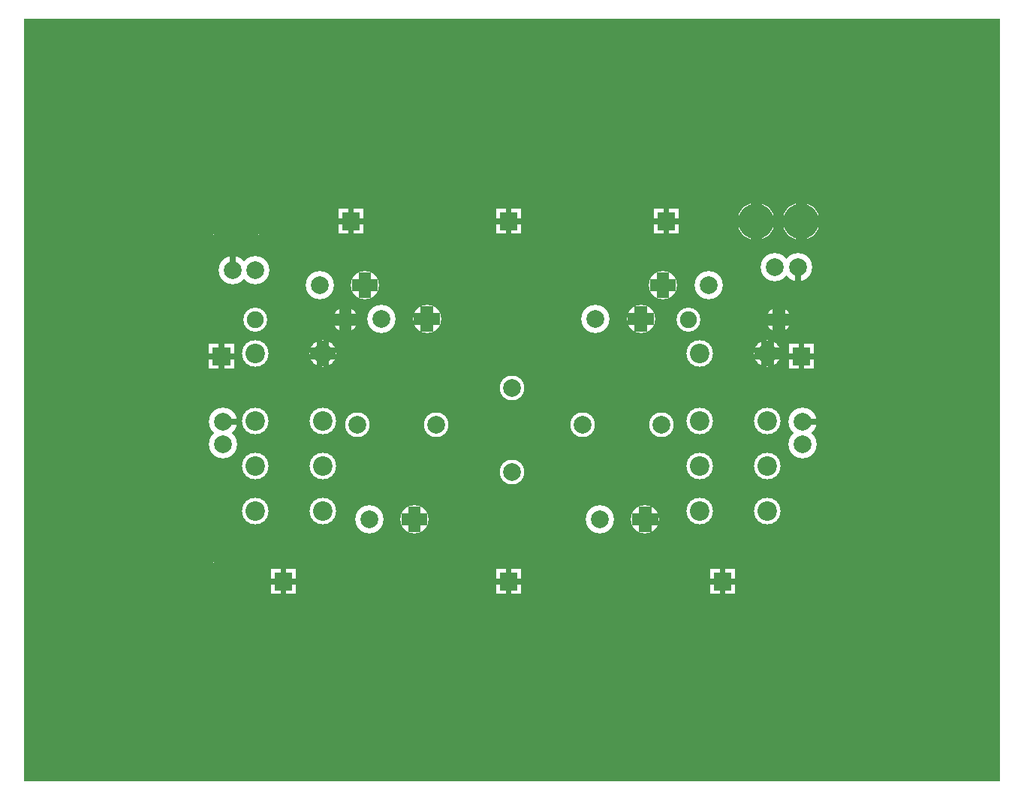
<source format=gbr>
%FSLAX34Y34*%
%MOMM*%
%LNCOPPER_TOP*%
G71*
G01*
%ADD10C,3.000*%
%ADD11C,3.200*%
%ADD12C,2.700*%
%ADD13C,2.800*%
%ADD14C,2.800*%
%ADD15C,4.200*%
%ADD16C,0.667*%
%ADD17C,0.813*%
%ADD18C,1.380*%
%ADD19C,3.053*%
%ADD20C,2.907*%
%ADD21C,2.973*%
%ADD22C,1.333*%
%ADD23C,2.200*%
%ADD24C,2.000*%
%ADD25C,1.900*%
%ADD26C,2.000*%
%ADD27C,4.000*%
%LPD*%
G36*
X-200000Y660000D02*
X900000Y660000D01*
X900000Y-200000D01*
X-200000Y-200000D01*
X-200000Y660000D01*
G37*
%LPC*%
X60350Y282299D02*
G54D10*
D03*
X136550Y282299D02*
G54D10*
D03*
X60350Y206099D02*
G54D10*
D03*
X60350Y155299D02*
G54D10*
D03*
X60350Y104499D02*
G54D10*
D03*
X136550Y206099D02*
G54D10*
D03*
X136550Y155299D02*
G54D10*
D03*
X136550Y104499D02*
G54D10*
D03*
X562000Y282299D02*
G54D10*
D03*
X638200Y282299D02*
G54D10*
D03*
X562000Y206099D02*
G54D10*
D03*
X562000Y155299D02*
G54D10*
D03*
X562000Y104499D02*
G54D10*
D03*
X638200Y206099D02*
G54D10*
D03*
X638200Y155299D02*
G54D10*
D03*
X638200Y104499D02*
G54D10*
D03*
X184010Y359325D02*
G54D11*
D03*
X133030Y359213D02*
G54D11*
D03*
X650900Y320400D02*
G54D12*
D03*
X549300Y320400D02*
G54D12*
D03*
X175510Y202059D02*
G54D13*
D03*
X264410Y202059D02*
G54D13*
D03*
X571360Y359325D02*
G54D11*
D03*
X520380Y359213D02*
G54D11*
D03*
X350135Y243334D02*
G54D13*
D03*
X350135Y148084D02*
G54D13*
D03*
X253860Y321225D02*
G54D11*
D03*
X202879Y321113D02*
G54D11*
D03*
X188840Y95057D02*
G54D11*
D03*
X239820Y95169D02*
G54D11*
D03*
X161950Y320400D02*
G54D12*
D03*
X60350Y320400D02*
G54D12*
D03*
X449190Y95057D02*
G54D11*
D03*
X500170Y95169D02*
G54D11*
D03*
X429510Y202059D02*
G54D13*
D03*
X518410Y202059D02*
G54D13*
D03*
X495160Y321225D02*
G54D11*
D03*
X444179Y321113D02*
G54D11*
D03*
X35162Y376361D02*
G54D11*
D03*
X60662Y376361D02*
G54D11*
D03*
X23891Y205316D02*
G54D11*
D03*
X23891Y179816D02*
G54D11*
D03*
X677941Y205316D02*
G54D11*
D03*
X677941Y179816D02*
G54D11*
D03*
X239820Y95169D02*
G54D14*
D03*
X500170Y95169D02*
G54D14*
D03*
X136550Y282299D02*
G54D14*
D03*
X638200Y282299D02*
G54D14*
D03*
X161950Y320400D02*
G54D14*
D03*
X184010Y359325D02*
G54D14*
D03*
X650900Y320400D02*
G54D14*
D03*
X520380Y359213D02*
G54D14*
D03*
X253860Y321225D02*
G54D14*
D03*
X495160Y321225D02*
G54D14*
D03*
X672167Y379347D02*
G54D11*
D03*
X646667Y379347D02*
G54D11*
D03*
G36*
X78100Y39000D02*
X106100Y39000D01*
X106100Y11000D01*
X78100Y11000D01*
X78100Y39000D01*
G37*
G36*
X332100Y39000D02*
X360100Y39000D01*
X360100Y11000D01*
X332100Y11000D01*
X332100Y39000D01*
G37*
G36*
X573400Y39000D02*
X601400Y39000D01*
X601400Y11000D01*
X573400Y11000D01*
X573400Y39000D01*
G37*
G36*
X154300Y445400D02*
X182300Y445400D01*
X182300Y417400D01*
X154300Y417400D01*
X154300Y445400D01*
G37*
G36*
X332100Y445400D02*
X360100Y445400D01*
X360100Y417400D01*
X332100Y417400D01*
X332100Y445400D01*
G37*
G36*
X509900Y445400D02*
X537900Y445400D01*
X537900Y417400D01*
X509900Y417400D01*
X509900Y445400D01*
G37*
X676300Y31350D02*
G54D15*
D03*
X28600Y31350D02*
G54D15*
D03*
X28600Y431400D02*
G54D15*
D03*
X676300Y431400D02*
G54D15*
D03*
X79400Y431400D02*
G54D15*
D03*
X625500Y431400D02*
G54D15*
D03*
G36*
X662300Y293000D02*
X690300Y293000D01*
X690300Y265000D01*
X662300Y265000D01*
X662300Y293000D01*
G37*
G36*
X8250Y293000D02*
X36250Y293000D01*
X36250Y265000D01*
X8250Y265000D01*
X8250Y293000D01*
G37*
%LPD*%
G54D16*
G36*
X31828Y376361D02*
X31828Y392861D01*
X38495Y392861D01*
X38495Y376361D01*
X31828Y376361D01*
G37*
G54D17*
G54D16*
G36*
X23891Y208650D02*
X40391Y208650D01*
X40391Y201983D01*
X23891Y201983D01*
X23891Y208650D01*
G37*
G54D17*
G54D16*
G36*
X677941Y208650D02*
X694441Y208650D01*
X694441Y201983D01*
X677941Y201983D01*
X677941Y208650D01*
G37*
G54D17*
G54D18*
G36*
X232920Y95169D02*
X232920Y109669D01*
X246720Y109669D01*
X246720Y95169D01*
X232920Y95169D01*
G37*
G36*
X239820Y102069D02*
X254320Y102069D01*
X254320Y88269D01*
X239820Y88269D01*
X239820Y102069D01*
G37*
G36*
X246720Y95169D02*
X246720Y80669D01*
X232920Y80669D01*
X232920Y95169D01*
X246720Y95169D01*
G37*
G36*
X239820Y88269D02*
X225320Y88269D01*
X225320Y102069D01*
X239820Y102069D01*
X239820Y88269D01*
G37*
G54D18*
G36*
X493270Y95169D02*
X493270Y109669D01*
X507070Y109669D01*
X507070Y95169D01*
X493270Y95169D01*
G37*
G36*
X500170Y102069D02*
X514670Y102069D01*
X514670Y88269D01*
X500170Y88269D01*
X500170Y102069D01*
G37*
G36*
X507070Y95169D02*
X507070Y80669D01*
X493270Y80669D01*
X493270Y95169D01*
X507070Y95169D01*
G37*
G36*
X500170Y88269D02*
X485670Y88269D01*
X485670Y102069D01*
X500170Y102069D01*
X500170Y88269D01*
G37*
G54D18*
G36*
X129650Y282299D02*
X129650Y296799D01*
X143450Y296799D01*
X143450Y282299D01*
X129650Y282299D01*
G37*
G36*
X136550Y289199D02*
X151050Y289199D01*
X151050Y275399D01*
X136550Y275399D01*
X136550Y289199D01*
G37*
G36*
X143450Y282299D02*
X143450Y267799D01*
X129650Y267799D01*
X129650Y282299D01*
X143450Y282299D01*
G37*
G36*
X136550Y275399D02*
X122050Y275399D01*
X122050Y289199D01*
X136550Y289199D01*
X136550Y275399D01*
G37*
G54D18*
G36*
X631300Y282299D02*
X631300Y296799D01*
X645100Y296799D01*
X645100Y282299D01*
X631300Y282299D01*
G37*
G36*
X638200Y289199D02*
X652700Y289199D01*
X652700Y275399D01*
X638200Y275399D01*
X638200Y289199D01*
G37*
G36*
X645100Y282299D02*
X645100Y267799D01*
X631300Y267799D01*
X631300Y282299D01*
X645100Y282299D01*
G37*
G36*
X638200Y275399D02*
X623700Y275399D01*
X623700Y289199D01*
X638200Y289199D01*
X638200Y275399D01*
G37*
G54D18*
G36*
X155050Y320400D02*
X155050Y334900D01*
X168850Y334900D01*
X168850Y320400D01*
X155050Y320400D01*
G37*
G36*
X161950Y327300D02*
X176450Y327300D01*
X176450Y313500D01*
X161950Y313500D01*
X161950Y327300D01*
G37*
G36*
X168850Y320400D02*
X168850Y305900D01*
X155050Y305900D01*
X155050Y320400D01*
X168850Y320400D01*
G37*
G36*
X161950Y313500D02*
X147450Y313500D01*
X147450Y327300D01*
X161950Y327300D01*
X161950Y313500D01*
G37*
G54D18*
G36*
X177110Y359325D02*
X177110Y373825D01*
X190910Y373825D01*
X190910Y359325D01*
X177110Y359325D01*
G37*
G36*
X184010Y366225D02*
X198510Y366225D01*
X198510Y352425D01*
X184010Y352425D01*
X184010Y366225D01*
G37*
G36*
X190910Y359325D02*
X190910Y344825D01*
X177110Y344825D01*
X177110Y359325D01*
X190910Y359325D01*
G37*
G36*
X184010Y352425D02*
X169510Y352425D01*
X169510Y366225D01*
X184010Y366225D01*
X184010Y352425D01*
G37*
G54D18*
G36*
X644000Y320400D02*
X644000Y334900D01*
X657800Y334900D01*
X657800Y320400D01*
X644000Y320400D01*
G37*
G36*
X650900Y327300D02*
X665400Y327300D01*
X665400Y313500D01*
X650900Y313500D01*
X650900Y327300D01*
G37*
G36*
X657800Y320400D02*
X657800Y305900D01*
X644000Y305900D01*
X644000Y320400D01*
X657800Y320400D01*
G37*
G36*
X650900Y313500D02*
X636400Y313500D01*
X636400Y327300D01*
X650900Y327300D01*
X650900Y313500D01*
G37*
G54D18*
G36*
X513480Y359213D02*
X513480Y373713D01*
X527280Y373713D01*
X527280Y359213D01*
X513480Y359213D01*
G37*
G36*
X520380Y366113D02*
X534880Y366113D01*
X534880Y352313D01*
X520380Y352313D01*
X520380Y366113D01*
G37*
G36*
X527280Y359213D02*
X527280Y344713D01*
X513480Y344713D01*
X513480Y359213D01*
X527280Y359213D01*
G37*
G36*
X520380Y352313D02*
X505880Y352313D01*
X505880Y366113D01*
X520380Y366113D01*
X520380Y352313D01*
G37*
G54D18*
G36*
X246960Y321225D02*
X246960Y335725D01*
X260760Y335725D01*
X260760Y321225D01*
X246960Y321225D01*
G37*
G36*
X253860Y328125D02*
X268360Y328125D01*
X268360Y314325D01*
X253860Y314325D01*
X253860Y328125D01*
G37*
G36*
X260760Y321225D02*
X260760Y306725D01*
X246960Y306725D01*
X246960Y321225D01*
X260760Y321225D01*
G37*
G36*
X253860Y314325D02*
X239360Y314325D01*
X239360Y328125D01*
X253860Y328125D01*
X253860Y314325D01*
G37*
G54D18*
G36*
X488260Y321225D02*
X488260Y335725D01*
X502060Y335725D01*
X502060Y321225D01*
X488260Y321225D01*
G37*
G36*
X495160Y328125D02*
X509660Y328125D01*
X509660Y314325D01*
X495160Y314325D01*
X495160Y328125D01*
G37*
G36*
X502060Y321225D02*
X502060Y306725D01*
X488260Y306725D01*
X488260Y321225D01*
X502060Y321225D01*
G37*
G36*
X495160Y314325D02*
X480660Y314325D01*
X480660Y328125D01*
X495160Y328125D01*
X495160Y314325D01*
G37*
G54D16*
G36*
X675500Y379347D02*
X675500Y362847D01*
X668834Y362847D01*
X668834Y379347D01*
X675500Y379347D01*
G37*
G54D17*
G54D16*
G36*
X88767Y25000D02*
X88767Y39500D01*
X95433Y39500D01*
X95433Y25000D01*
X88767Y25000D01*
G37*
G36*
X92100Y28333D02*
X106600Y28333D01*
X106600Y21667D01*
X92100Y21667D01*
X92100Y28333D01*
G37*
G36*
X95433Y25000D02*
X95433Y10500D01*
X88767Y10500D01*
X88767Y25000D01*
X95433Y25000D01*
G37*
G36*
X92100Y21667D02*
X77600Y21667D01*
X77600Y28333D01*
X92100Y28333D01*
X92100Y21667D01*
G37*
G54D16*
G36*
X342767Y25000D02*
X342767Y39500D01*
X349433Y39500D01*
X349433Y25000D01*
X342767Y25000D01*
G37*
G36*
X346100Y28333D02*
X360600Y28333D01*
X360600Y21666D01*
X346100Y21666D01*
X346100Y28333D01*
G37*
G36*
X349433Y25000D02*
X349433Y10500D01*
X342767Y10500D01*
X342767Y25000D01*
X349433Y25000D01*
G37*
G36*
X346100Y21666D02*
X331600Y21666D01*
X331600Y28333D01*
X346100Y28333D01*
X346100Y21666D01*
G37*
G54D16*
G36*
X584067Y25000D02*
X584067Y39500D01*
X590733Y39500D01*
X590733Y25000D01*
X584067Y25000D01*
G37*
G36*
X587400Y28333D02*
X601900Y28333D01*
X601900Y21667D01*
X587400Y21667D01*
X587400Y28333D01*
G37*
G36*
X590733Y25000D02*
X590733Y10500D01*
X584067Y10500D01*
X584067Y25000D01*
X590733Y25000D01*
G37*
G36*
X587400Y21667D02*
X572900Y21667D01*
X572900Y28333D01*
X587400Y28333D01*
X587400Y21667D01*
G37*
G54D16*
G36*
X164967Y431400D02*
X164967Y445900D01*
X171633Y445900D01*
X171633Y431400D01*
X164967Y431400D01*
G37*
G36*
X168300Y434733D02*
X182800Y434733D01*
X182800Y428067D01*
X168300Y428067D01*
X168300Y434733D01*
G37*
G36*
X171633Y431400D02*
X171633Y416900D01*
X164967Y416900D01*
X164967Y431400D01*
X171633Y431400D01*
G37*
G36*
X168300Y428067D02*
X153800Y428067D01*
X153800Y434733D01*
X168300Y434733D01*
X168300Y428067D01*
G37*
G54D16*
G36*
X342767Y431400D02*
X342767Y445900D01*
X349433Y445900D01*
X349433Y431400D01*
X342767Y431400D01*
G37*
G36*
X346100Y434733D02*
X360600Y434733D01*
X360600Y428067D01*
X346100Y428067D01*
X346100Y434733D01*
G37*
G36*
X349433Y431400D02*
X349433Y416900D01*
X342767Y416900D01*
X342767Y431400D01*
X349433Y431400D01*
G37*
G36*
X346100Y428067D02*
X331600Y428067D01*
X331600Y434733D01*
X346100Y434733D01*
X346100Y428067D01*
G37*
G54D16*
G36*
X520567Y431400D02*
X520567Y445900D01*
X527233Y445900D01*
X527233Y431400D01*
X520567Y431400D01*
G37*
G36*
X523900Y434733D02*
X538400Y434733D01*
X538400Y428067D01*
X523900Y428067D01*
X523900Y434733D01*
G37*
G36*
X527233Y431400D02*
X527233Y416900D01*
X520567Y416900D01*
X520567Y431400D01*
X527233Y431400D01*
G37*
G36*
X523900Y428067D02*
X509400Y428067D01*
X509400Y434733D01*
X523900Y434733D01*
X523900Y428067D01*
G37*
G54D19*
G36*
X676300Y46617D02*
X697800Y46617D01*
X697800Y16083D01*
X676300Y16083D01*
X676300Y46617D01*
G37*
G36*
X691567Y31350D02*
X691567Y9850D01*
X661033Y9850D01*
X661033Y31350D01*
X691567Y31350D01*
G37*
G36*
X676300Y16083D02*
X654800Y16083D01*
X654800Y46617D01*
X676300Y46617D01*
X676300Y16083D01*
G37*
G36*
X661033Y31350D02*
X661033Y52850D01*
X691567Y52850D01*
X691567Y31350D01*
X661033Y31350D01*
G37*
G54D20*
G36*
X28600Y45883D02*
X50100Y45883D01*
X50100Y16817D01*
X28600Y16817D01*
X28600Y45883D01*
G37*
G36*
X43133Y31350D02*
X43133Y9850D01*
X14067Y9850D01*
X14067Y31350D01*
X43133Y31350D01*
G37*
G36*
X28600Y16817D02*
X7100Y16817D01*
X7100Y45883D01*
X28600Y45883D01*
X28600Y16817D01*
G37*
G36*
X14067Y31350D02*
X14067Y52850D01*
X43133Y52850D01*
X43133Y31350D01*
X14067Y31350D01*
G37*
G54D21*
G36*
X28600Y446267D02*
X50100Y446267D01*
X50100Y416533D01*
X28600Y416533D01*
X28600Y446267D01*
G37*
G36*
X43467Y431400D02*
X43467Y409900D01*
X13733Y409900D01*
X13733Y431400D01*
X43467Y431400D01*
G37*
G36*
X28600Y416533D02*
X7100Y416533D01*
X7100Y446267D01*
X28600Y446267D01*
X28600Y416533D01*
G37*
G36*
X13733Y431400D02*
X13733Y452900D01*
X43467Y452900D01*
X43467Y431400D01*
X13733Y431400D01*
G37*
G54D22*
G36*
X676300Y438067D02*
X697800Y438067D01*
X697800Y424733D01*
X676300Y424733D01*
X676300Y438067D01*
G37*
G36*
X682967Y431400D02*
X682967Y409900D01*
X669633Y409900D01*
X669633Y431400D01*
X682967Y431400D01*
G37*
G36*
X676300Y424733D02*
X654800Y424733D01*
X654800Y438067D01*
X676300Y438067D01*
X676300Y424733D01*
G37*
G36*
X669633Y431400D02*
X669633Y452900D01*
X682967Y452900D01*
X682967Y431400D01*
X669633Y431400D01*
G37*
G54D21*
G36*
X79400Y446267D02*
X100900Y446267D01*
X100900Y416533D01*
X79400Y416533D01*
X79400Y446267D01*
G37*
G36*
X94267Y431400D02*
X94267Y409900D01*
X64533Y409900D01*
X64533Y431400D01*
X94267Y431400D01*
G37*
G36*
X79400Y416533D02*
X57900Y416533D01*
X57900Y446267D01*
X79400Y446267D01*
X79400Y416533D01*
G37*
G36*
X64533Y431400D02*
X64533Y452900D01*
X94267Y452900D01*
X94267Y431400D01*
X64533Y431400D01*
G37*
G54D22*
G36*
X625500Y438067D02*
X647000Y438067D01*
X647000Y424733D01*
X625500Y424733D01*
X625500Y438067D01*
G37*
G36*
X632167Y431400D02*
X632167Y409900D01*
X618833Y409900D01*
X618833Y431400D01*
X632167Y431400D01*
G37*
G36*
X625500Y424733D02*
X604000Y424733D01*
X604000Y438067D01*
X625500Y438067D01*
X625500Y424733D01*
G37*
G36*
X618833Y431400D02*
X618833Y452900D01*
X632167Y452900D01*
X632167Y431400D01*
X618833Y431400D01*
G37*
G54D16*
G36*
X672967Y279000D02*
X672967Y293500D01*
X679633Y293500D01*
X679633Y279000D01*
X672967Y279000D01*
G37*
G36*
X676300Y282333D02*
X690800Y282333D01*
X690800Y275667D01*
X676300Y275667D01*
X676300Y282333D01*
G37*
G36*
X679633Y279000D02*
X679633Y264500D01*
X672967Y264500D01*
X672967Y279000D01*
X679633Y279000D01*
G37*
G36*
X676300Y275667D02*
X661800Y275667D01*
X661800Y282333D01*
X676300Y282333D01*
X676300Y275667D01*
G37*
G54D16*
G36*
X18917Y279000D02*
X18917Y293500D01*
X25583Y293500D01*
X25583Y279000D01*
X18917Y279000D01*
G37*
G36*
X22250Y282333D02*
X36750Y282333D01*
X36750Y275667D01*
X22250Y275667D01*
X22250Y282333D01*
G37*
G36*
X25583Y279000D02*
X25583Y264500D01*
X18917Y264500D01*
X18917Y279000D01*
X25583Y279000D01*
G37*
G36*
X22250Y275667D02*
X7750Y275667D01*
X7750Y282333D01*
X22250Y282333D01*
X22250Y275667D01*
G37*
X60350Y282299D02*
G54D23*
D03*
X136550Y282299D02*
G54D23*
D03*
X60350Y206099D02*
G54D23*
D03*
X60350Y155299D02*
G54D23*
D03*
X60350Y104499D02*
G54D23*
D03*
X136550Y206099D02*
G54D23*
D03*
X136550Y155299D02*
G54D23*
D03*
X136550Y104499D02*
G54D23*
D03*
X562000Y282299D02*
G54D23*
D03*
X638200Y282299D02*
G54D23*
D03*
X562000Y206099D02*
G54D23*
D03*
X562000Y155299D02*
G54D23*
D03*
X562000Y104499D02*
G54D23*
D03*
X638200Y206099D02*
G54D23*
D03*
X638200Y155299D02*
G54D23*
D03*
X638200Y104499D02*
G54D23*
D03*
X184010Y359325D02*
G54D24*
D03*
X133030Y359213D02*
G54D24*
D03*
X650900Y320400D02*
G54D25*
D03*
X549300Y320400D02*
G54D25*
D03*
X175510Y202059D02*
G54D26*
D03*
X264410Y202059D02*
G54D26*
D03*
X571360Y359325D02*
G54D24*
D03*
X520380Y359213D02*
G54D24*
D03*
X350135Y243334D02*
G54D26*
D03*
X350135Y148084D02*
G54D26*
D03*
X253860Y321225D02*
G54D24*
D03*
X202879Y321113D02*
G54D24*
D03*
X188840Y95057D02*
G54D24*
D03*
X239820Y95169D02*
G54D24*
D03*
X161950Y320400D02*
G54D25*
D03*
X60350Y320400D02*
G54D25*
D03*
X449190Y95057D02*
G54D24*
D03*
X500170Y95169D02*
G54D24*
D03*
X429510Y202059D02*
G54D26*
D03*
X518410Y202059D02*
G54D26*
D03*
X495160Y321225D02*
G54D24*
D03*
X444179Y321113D02*
G54D24*
D03*
X35162Y376361D02*
G54D24*
D03*
X60662Y376361D02*
G54D24*
D03*
X23891Y205316D02*
G54D24*
D03*
X23891Y179816D02*
G54D24*
D03*
X677941Y205316D02*
G54D24*
D03*
X677941Y179816D02*
G54D24*
D03*
X239820Y95169D02*
G54D24*
D03*
X500170Y95169D02*
G54D24*
D03*
X136550Y282299D02*
G54D24*
D03*
X638200Y282299D02*
G54D24*
D03*
X161950Y320400D02*
G54D24*
D03*
X184010Y359325D02*
G54D24*
D03*
X650900Y320400D02*
G54D24*
D03*
X520380Y359213D02*
G54D24*
D03*
X253860Y321225D02*
G54D24*
D03*
X495160Y321225D02*
G54D24*
D03*
X672167Y379347D02*
G54D24*
D03*
X646667Y379347D02*
G54D24*
D03*
G36*
X82100Y35000D02*
X102100Y35000D01*
X102100Y15000D01*
X82100Y15000D01*
X82100Y35000D01*
G37*
G36*
X336100Y35000D02*
X356100Y35000D01*
X356100Y15000D01*
X336100Y15000D01*
X336100Y35000D01*
G37*
G36*
X577400Y35000D02*
X597400Y35000D01*
X597400Y15000D01*
X577400Y15000D01*
X577400Y35000D01*
G37*
G36*
X158300Y441400D02*
X178300Y441400D01*
X178300Y421400D01*
X158300Y421400D01*
X158300Y441400D01*
G37*
G36*
X336100Y441400D02*
X356100Y441400D01*
X356100Y421400D01*
X336100Y421400D01*
X336100Y441400D01*
G37*
G36*
X513900Y441400D02*
X533900Y441400D01*
X533900Y421400D01*
X513900Y421400D01*
X513900Y441400D01*
G37*
X676300Y31350D02*
G54D27*
D03*
X28600Y31350D02*
G54D27*
D03*
X28600Y431400D02*
G54D27*
D03*
X676300Y431400D02*
G54D27*
D03*
X79400Y431400D02*
G54D27*
D03*
X625500Y431400D02*
G54D27*
D03*
G36*
X666300Y289000D02*
X686300Y289000D01*
X686300Y269000D01*
X666300Y269000D01*
X666300Y289000D01*
G37*
G36*
X12250Y289000D02*
X32250Y289000D01*
X32250Y269000D01*
X12250Y269000D01*
X12250Y289000D01*
G37*
M02*

</source>
